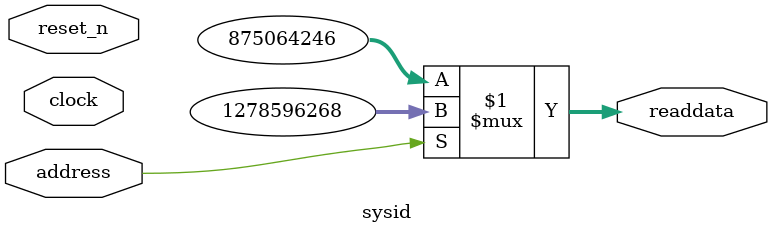
<source format=v>

`timescale 1ns / 1ps
// synthesis translate_on

// turn off superfluous verilog processor warnings 
// altera message_level Level1 
// altera message_off 10034 10035 10036 10037 10230 10240 10030 

module sysid (
               // inputs:
                address,
                clock,
                reset_n,

               // outputs:
                readdata
             )
;

  output  [ 31: 0] readdata;
  input            address;
  input            clock;
  input            reset_n;

  wire    [ 31: 0] readdata;
  //control_slave, which is an e_avalon_slave
  assign readdata = address ? 1278596268 : 875064246;

endmodule


</source>
